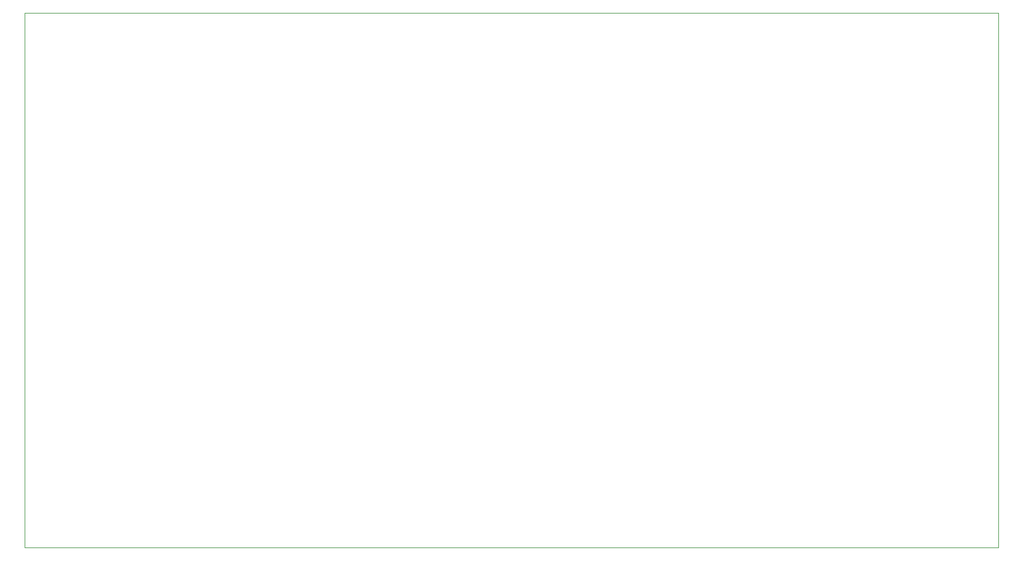
<source format=gbr>
%TF.GenerationSoftware,KiCad,Pcbnew,8.0.8*%
%TF.CreationDate,2025-07-02T05:08:30+01:00*%
%TF.ProjectId,Solder,536f6c64-6572-42e6-9b69-6361645f7063,rev?*%
%TF.SameCoordinates,Original*%
%TF.FileFunction,Profile,NP*%
%FSLAX46Y46*%
G04 Gerber Fmt 4.6, Leading zero omitted, Abs format (unit mm)*
G04 Created by KiCad (PCBNEW 8.0.8) date 2025-07-02 05:08:30*
%MOMM*%
%LPD*%
G01*
G04 APERTURE LIST*
%TA.AperFunction,Profile*%
%ADD10C,0.050000*%
%TD*%
G04 APERTURE END LIST*
D10*
X17500000Y-53000000D02*
X158000000Y-53000000D01*
X158000000Y-130000000D01*
X17500000Y-130000000D01*
X17500000Y-53000000D01*
M02*

</source>
